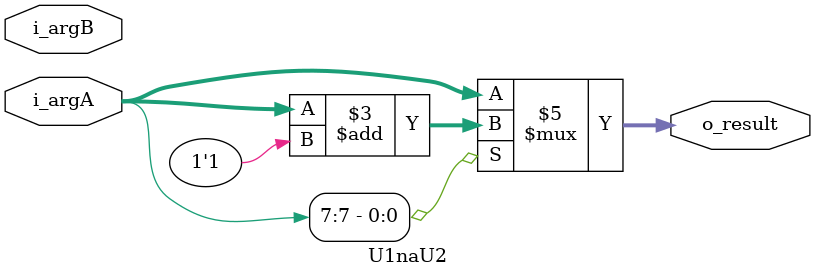
<source format=sv>
module U1naU2(input  logic [BITS-1:0]i_argA,input  logic [BITS-1:0]i_argB,output logic [BITS-1:0]o_result);
    parameter BITS = 8;
   
    logic [BITS-1:0] s_data;
    integer i;
    always @(*)
        begin
            o_result='d0;
            if(i_argA[BITS-1]==1) //jesli najstarszy bit wejsciowy(u2)==1 ..
            begin
                o_result=i_argA+1'b1;
             
            end
            else
            begin
                o_result=i_argA;
            end
            
        end

        

    

endmodule

</source>
